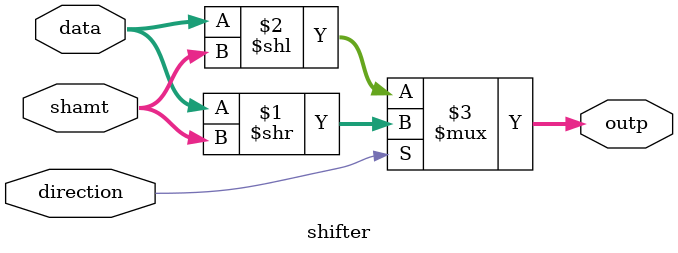
<source format=v>
module shifter(data, shamt, direction, outp);
//direction
//1 = right
//0 = left
input [3: 0] data;
input [1: 0] shamt;
input direction;
output [3: 0] outp;

assign outp = (direction)? (data >> shamt) : (data << shamt);

endmodule


</source>
